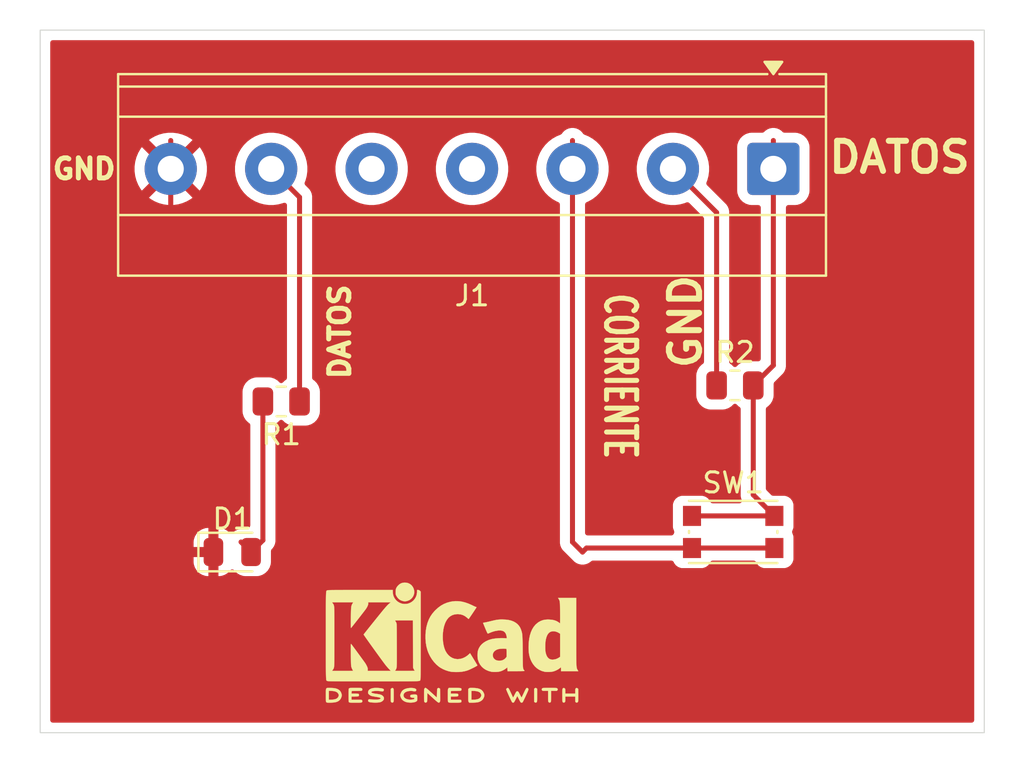
<source format=kicad_pcb>
(kicad_pcb (version 20241229) (generator "pcbnew") (generator_version "9.0")
  (layers (0 "F.Cu" signal) (2 "B.Cu" signal) (13 "F.Paste" user) (15 "B.Paste" user) (5 "F.SilkS" user "F.Silkscreen") (7 "B.SilkS" user "B.Silkscreen") (1 "F.Mask" user) (3 "B.Mask" user) (25 "Edge.Cuts" user))
  (net 0 "")
  (net 1 "Net-(D1-A)")
  (net 2 "GND")
  (net 4 "Net-(J1-Pin_6)")
  (net 6 "Net-(J1-Pin_1)")
  (net 7 "Net-(J1-Pin_3)")
  (net 8 "Net-(J1-Pin_2)")
  (footprint "TerminalBlock_Phoenix:TerminalBlock_Phoenix_MKDS-1,5-7_1x07_P5.00mm_Horizontal" (layer "F.Cu") (at 97.5 75.9125 180)
    (property "Reference" "J1")
    (property "Value" "Screw_Terminal_01x07")
  )
  (footprint "backup:oswald" (layer "F.Cu") (at 81 89)
    (property "Reference" "G***" (hide yes))
    (property "Value" "LOGO" (hide yes))
  )
  (footprint "Button_Switch_SMD:SW_Push_1P1T_NO_CK_KMR2" (layer "F.Cu") (at 95.5 94)
    (property "Reference" "SW1")
    (property "Value" "SW_Push")
  )
  (footprint "Symbol:KiCad-Logo2_5mm_SilkScreen" (layer "F.Cu") (at 81.5 99.5)
    (property "Reference" "REF**" (hide yes))
    (property "Value" "KiCad-Logo2_5mm_SilkScreen" (hide yes))
  )
  (footprint "Resistor_SMD:R_0805_2012Metric" (layer "F.Cu") (at 95.5875 86.7)
    (property "Reference" "R2")
    (property "Value" "220")
  )
  (footprint "LED_SMD:LED_0805_2012Metric" (layer "F.Cu") (at 70.5625 95)
    (property "Reference" "D1")
    (property "Value" "LED")
  )
  (footprint "Resistor_SMD:R_0805_2012Metric" (layer "F.Cu") (at 73 87.5 180)
    (property "Reference" "R1")
    (property "Value" "220")
  )
  (gr_line (start 96.675 87.2) (end 96.675 86.2) (stroke (width 0.2)) (layer "F.Cu") (net 6))
  (gr_rect (start 61 69) (end 108 104) (stroke (width 0.05)) (fill no) (layer "Edge.Cuts"))
  (gr_text "GND" (at 94 86 90) (layer "F.SilkS") (effects (font (size 1.5 1.5) (thickness 0.3) (bold yes)) (justify left bottom)))
  (gr_text "DATOS" (at 76.5 86.5 90) (layer "F.SilkS") (effects (font (size 1 1) (thickness 0.25) (bold yes)) (justify left bottom)))
  (gr_text "CORRIENTE" (at 89 82 270) (layer "F.SilkS") (effects (font (size 1.5 1) (thickness 0.25) (bold yes)) (justify left bottom)))
  (gr_text "GND\n" (at 61.5 76.5 0) (layer "F.SilkS") (effects (font (size 1 1) (thickness 0.25) (bold yes)) (justify left bottom)))
  (gr_text "DATOS" (at 100.12 76.2125 0) (layer "F.SilkS") (effects (font (size 1.5 1.5) (thickness 0.3) (bold yes)) (justify left bottom)))
  (segment (start 71 94.5) (end 71.5 95) (width 0.25) (layer "F.Cu") (net 1))
  (segment (start 72.0875 87.5) (end 72.0875 94.4125) (width 0.25) (layer "F.Cu") (net 1))
  (segment (start 72.0875 94.4125) (end 71.5 95) (width 0.25) (layer "F.Cu") (net 1))
  (segment (start 67.5 74.5) (end 67.5 94.5) (width 0.25) (layer "F.Cu") (net 2))
  (segment (start 67.5 94.5) (end 68 95) (width 0.25) (layer "F.Cu") (net 2))
  (segment (start 68 95) (end 69.625 95) (width 0.25) (layer "F.Cu") (net 2))
  (segment (start 73.9125 87.5) (end 73.9125 77.325) (width 0.25) (layer "F.Cu") (net 4))
  (segment (start 73.9125 77.325) (end 72.5 75.9125) (width 0.25) (layer "F.Cu") (net 4))
  (segment (start 96.5 92.15) (end 97.55 93.2) (width 0.25) (layer "F.Cu") (net 6))
  (segment (start 96.5 86.7) (end 96.5 92.15) (width 0.25) (layer "F.Cu") (net 6))
  (segment (start 97.5 85.7) (end 96.5 86.7) (width 0.25) (layer "F.Cu") (net 6))
  (segment (start 97.55 93.2) (end 97.55 93.25) (width 0.25) (layer "F.Cu") (net 6))
  (segment (start 97.5 74.5) (end 97.5 85.7) (width 0.25) (layer "F.Cu") (net 6))
  (segment (start 93.45 93.2) (end 97.55 93.2) (width 0.25) (layer "F.Cu") (net 6))
  (segment (start 88 95) (end 88.2 94.8) (width 0.25) (layer "F.Cu") (net 7))
  (segment (start 87.5 74.5) (end 87.5 94.5) (width 0.25) (layer "F.Cu") (net 7))
  (segment (start 93.45 94.8) (end 97.55 94.8) (width 0.25) (layer "F.Cu") (net 7))
  (segment (start 88.2 94.8) (end 93.45 94.8) (width 0.25) (layer "F.Cu") (net 7))
  (segment (start 87.5 94.5) (end 88 95) (width 0.25) (layer "F.Cu") (net 7))
  (segment (start 92.5 75.9125) (end 94.675 78.0875) (width 0.25) (layer "F.Cu") (net 8))
  (segment (start 94.675 86.7) (end 94.675 78.0875) (width 0.25) (layer "F.Cu") (net 8))
  (zone (net 2) (net_name "GND") (layer "F.Cu") (connect_pads (clearance 0.5)) (min_thickness 0.25) (fill yes (thermal_gap 0.5) (thermal_bridge_width 0.5))
    (polygon (pts (xy 59 67.5) (xy 110 67.5) (xy 110 105) (xy 59 105.5)))
  )
)
</source>
